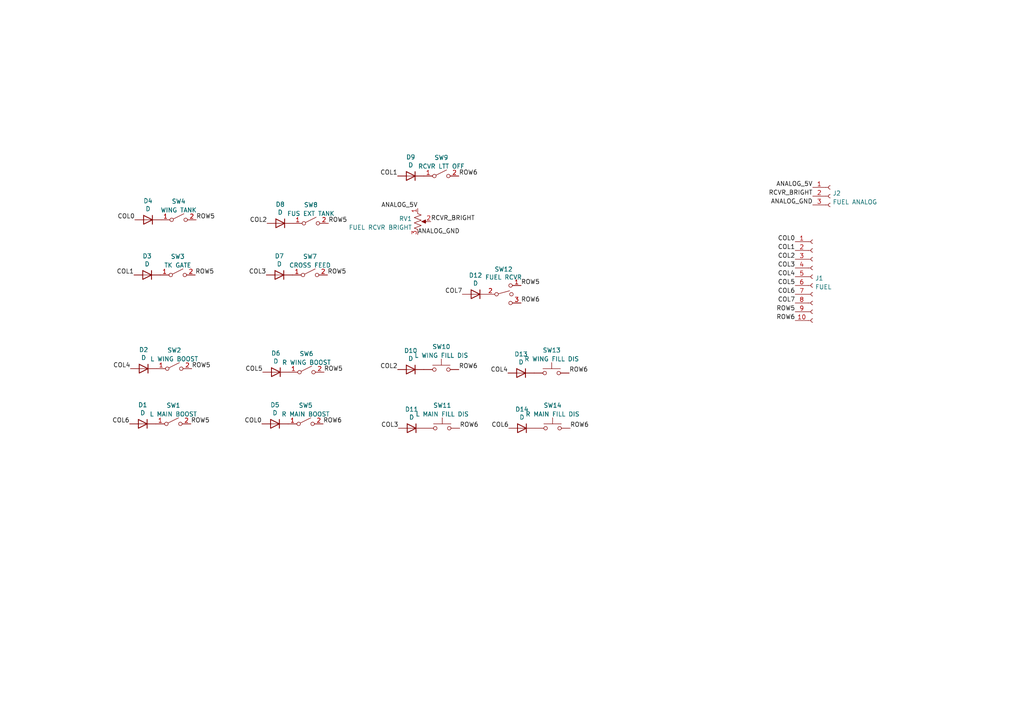
<source format=kicad_sch>
(kicad_sch (version 20211123) (generator eeschema)
  (paper "A4")
  (lib_symbols
    (symbol "Connector:Conn_01x03_Female" (pin_names (offset 1.016) hide)
      (property "Reference" "J" (at 0 5.08 0))
      (property "Value" "Conn_01x03_Female" (at 0 -5.08 0))
      (symbol "Conn_01x03_Female_1_1"
        (arc (start 0 -2.032) (mid -0.508 -2.54) (end 0 -3.048) (stroke (width 0.1524)))
        (polyline (pts (xy -1.27 -2.54) (xy -0.508 -2.54)) (stroke (width 0.1524)))
        (polyline (pts (xy -1.27 0) (xy -0.508 0)) (stroke (width 0.1524)))
        (polyline (pts (xy -1.27 2.54) (xy -0.508 2.54)) (stroke (width 0.1524)))
        (arc (start 0 0.508) (mid -0.508 0) (end 0 -0.508) (stroke (width 0.1524)))
        (arc (start 0 3.048) (mid -0.508 2.54) (end 0 2.032) (stroke (width 0.1524)))
        (pin passive line (at -5.08 2.54 0) (length 3.81) (name "Pin_1") (number "1"))
        (pin passive line (at -5.08 0 0) (length 3.81) (name "Pin_2") (number "2"))
        (pin passive line (at -5.08 -2.54 0) (length 3.81) (name "Pin_3") (number "3"))
      )
    )
    (symbol "Connector:Conn_01x10_Female" (pin_names (offset 1.016) hide)
      (property "Reference" "J" (at 0 12.7 0))
      (property "Value" "Conn_01x10_Female" (at 0 -15.24 0))
      (symbol "Conn_01x10_Female_1_1"
        (arc (start 0 -12.192) (mid -0.508 -12.7) (end 0 -13.208) (stroke (width 0.1524)))
        (arc (start 0 -9.652) (mid -0.508 -10.16) (end 0 -10.668) (stroke (width 0.1524)))
        (arc (start 0 -7.112) (mid -0.508 -7.62) (end 0 -8.128) (stroke (width 0.1524)))
        (arc (start 0 -4.572) (mid -0.508 -5.08) (end 0 -5.588) (stroke (width 0.1524)))
        (arc (start 0 -2.032) (mid -0.508 -2.54) (end 0 -3.048) (stroke (width 0.1524)))
        (polyline (pts (xy -1.27 -12.7) (xy -0.508 -12.7)) (stroke (width 0.1524)))
        (polyline (pts (xy -1.27 -10.16) (xy -0.508 -10.16)) (stroke (width 0.1524)))
        (polyline (pts (xy -1.27 -7.62) (xy -0.508 -7.62)) (stroke (width 0.1524)))
        (polyline (pts (xy -1.27 -5.08) (xy -0.508 -5.08)) (stroke (width 0.1524)))
        (polyline (pts (xy -1.27 -2.54) (xy -0.508 -2.54)) (stroke (width 0.1524)))
        (polyline (pts (xy -1.27 0) (xy -0.508 0)) (stroke (width 0.1524)))
        (polyline (pts (xy -1.27 2.54) (xy -0.508 2.54)) (stroke (width 0.1524)))
        (polyline (pts (xy -1.27 5.08) (xy -0.508 5.08)) (stroke (width 0.1524)))
        (polyline (pts (xy -1.27 7.62) (xy -0.508 7.62)) (stroke (width 0.1524)))
        (polyline (pts (xy -1.27 10.16) (xy -0.508 10.16)) (stroke (width 0.1524)))
        (arc (start 0 0.508) (mid -0.508 0) (end 0 -0.508) (stroke (width 0.1524)))
        (arc (start 0 3.048) (mid -0.508 2.54) (end 0 2.032) (stroke (width 0.1524)))
        (arc (start 0 5.588) (mid -0.508 5.08) (end 0 4.572) (stroke (width 0.1524)))
        (arc (start 0 8.128) (mid -0.508 7.62) (end 0 7.112) (stroke (width 0.1524)))
        (arc (start 0 10.668) (mid -0.508 10.16) (end 0 9.652) (stroke (width 0.1524)))
        (pin passive line (at -5.08 10.16 0) (length 3.81) (name "Pin_1") (number "1"))
        (pin passive line (at -5.08 -12.7 0) (length 3.81) (name "Pin_10") (number "10"))
        (pin passive line (at -5.08 7.62 0) (length 3.81) (name "Pin_2") (number "2"))
        (pin passive line (at -5.08 5.08 0) (length 3.81) (name "Pin_3") (number "3"))
        (pin passive line (at -5.08 2.54 0) (length 3.81) (name "Pin_4") (number "4"))
        (pin passive line (at -5.08 0 0) (length 3.81) (name "Pin_5") (number "5"))
        (pin passive line (at -5.08 -2.54 0) (length 3.81) (name "Pin_6") (number "6"))
        (pin passive line (at -5.08 -5.08 0) (length 3.81) (name "Pin_7") (number "7"))
        (pin passive line (at -5.08 -7.62 0) (length 3.81) (name "Pin_8") (number "8"))
        (pin passive line (at -5.08 -10.16 0) (length 3.81) (name "Pin_9") (number "9"))
      )
    )
    (symbol "Device:D" (pin_numbers hide) (pin_names (offset 1.016) hide)
      (property "Reference" "D" (at 0 2.54 0))
      (property "Value" "D" (at 0 -2.54 0))
      (symbol "D_0_1"
        (polyline (pts (xy -1.27 1.27) (xy -1.27 -1.27)) (stroke (width 0.254)))
        (polyline (pts (xy 1.27 0) (xy -1.27 0)))
        (polyline (pts (xy 1.27 1.27) (xy 1.27 -1.27) (xy -1.27 0) (xy 1.27 1.27)) (stroke (width 0.254)))
      )
      (symbol "D_1_1"
        (pin passive line (at -3.81 0 0) (length 2.54) (name "K") (number "1"))
        (pin passive line (at 3.81 0 180) (length 2.54) (name "A") (number "2"))
      )
    )
    (symbol "Device:R_Potentiometer_US" (pin_names (offset 1.016) hide)
      (property "Reference" "RV" (at -4.445 0 90))
      (property "Value" "R_Potentiometer_US" (at -2.54 0 90))
      (symbol "R_Potentiometer_US_0_1"
        (polyline (pts (xy 0 -2.286) (xy 0 -2.54)))
        (polyline (pts (xy 0 2.54) (xy 0 2.286)))
        (polyline (pts (xy 2.54 0) (xy 1.524 0)))
        (polyline (pts (xy 1.143 0) (xy 2.286 0.508) (xy 2.286 -0.508) (xy 1.143 0)) (fill (type outline)))
        (polyline (pts (xy 0 -0.762) (xy 1.016 -1.143) (xy 0 -1.524) (xy -1.016 -1.905) (xy 0 -2.286)))
        (polyline (pts (xy 0 0.762) (xy 1.016 0.381) (xy 0 0) (xy -1.016 -0.381) (xy 0 -0.762)))
        (polyline (pts (xy 0 2.286) (xy 1.016 1.905) (xy 0 1.524) (xy -1.016 1.143) (xy 0 0.762)))
      )
      (symbol "R_Potentiometer_US_1_1"
        (pin passive line (at 0 3.81 270) (length 1.27) (name "1") (number "1"))
        (pin passive line (at 3.81 0 180) (length 1.27) (name "2") (number "2"))
        (pin passive line (at 0 -3.81 90) (length 1.27) (name "3") (number "3"))
      )
    )
    (symbol "Switch:SW_Push" (pin_numbers hide) (pin_names (offset 1.016) hide)
      (property "Reference" "SW" (at 1.27 2.54 0))
      (property "Value" "SW_Push" (at 0 -1.524 0))
      (symbol "SW_Push_0_1"
        (circle (center -2.032 0) (radius 0.508))
        (polyline (pts (xy 0 1.27) (xy 0 3.048)))
        (polyline (pts (xy 2.54 1.27) (xy -2.54 1.27)))
        (circle (center 2.032 0) (radius 0.508))
        (pin passive line (at -5.08 0 0) (length 2.54) (name "1") (number "1"))
        (pin passive line (at 5.08 0 180) (length 2.54) (name "2") (number "2"))
      )
    )
    (symbol "Switch:SW_SPDT_MSM" (pin_names (offset 0) hide)
      (property "Reference" "SW" (at 0 5.08 0))
      (property "Value" "SW_SPDT_MSM" (at 0 -5.08 0))
      (symbol "SW_SPDT_MSM_0_0"
        (circle (center -2.032 0) (radius 0.508))
        (polyline (pts (xy -1.524 0.127) (xy 1.778 1.016)))
        (circle (center 2.032 -2.54) (radius 0.508))
      )
      (symbol "SW_SPDT_MSM_0_1"
        (circle (center 2.032 2.54) (radius 0.508))
        (circle (center 2.286 0) (radius 0.508))
      )
      (symbol "SW_SPDT_MSM_1_1"
        (pin passive line (at 5.08 2.54 180) (length 2.54) (name "1") (number "1"))
        (pin passive line (at -5.08 0 0) (length 2.54) (name "2") (number "2"))
        (pin passive line (at 5.08 -2.54 180) (length 2.54) (name "3") (number "3"))
      )
    )
    (symbol "Switch:SW_SPST" (pin_names (offset 0) hide)
      (property "Reference" "SW" (at 0 3.175 0))
      (property "Value" "SW_SPST" (at 0 -2.54 0))
      (symbol "SW_SPST_0_0"
        (circle (center -2.032 0) (radius 0.508))
        (polyline (pts (xy -1.524 0.254) (xy 1.524 1.778)))
        (circle (center 2.032 0) (radius 0.508))
      )
      (symbol "SW_SPST_1_1"
        (pin passive line (at -5.08 0 0) (length 2.54) (name "A") (number "1"))
        (pin passive line (at 5.08 0 180) (length 2.54) (name "B") (number "2"))
      )
    )
  )
  (wire (pts (xy 141.732 85.344) (xy 140.97 85.344)))
  (label "COL6" (at 230.632 85.344 180))
  (label "COL0" (at 39.116 63.754 180))
  (label "COL2" (at 115.316 107.188 180))
  (label "ANALOG_5V" (at 121.158 60.452 180))
  (label "COL3" (at 115.57 124.206 180))
  (label "RCVR_BRIGHT" (at 124.968 64.262 0))
  (label "COL7" (at 134.112 85.344 180))
  (label "ROW5" (at 151.13 82.804 0))
  (label "ANALOG_GND" (at 121.158 68.072 0))
  (label "ROW5" (at 93.98 107.95 0))
  (label "ROW5" (at 94.996 79.756 0))
  (label "COL1" (at 38.862 79.756 180))
  (label "ROW6" (at 93.726 122.936 0))
  (label "ROW5" (at 55.372 122.936 0))
  (label "RCVR_BRIGHT" (at 235.712 56.896 180))
  (label "COL1" (at 230.632 72.644 180))
  (label "ANALOG_5V" (at 235.712 54.356 180))
  (label "ROW5" (at 56.896 63.754 0))
  (label "ROW5" (at 95.25 64.77 0))
  (label "ROW5" (at 56.642 79.756 0))
  (label "COL2" (at 77.47 64.77 180))
  (label "COL1" (at 115.316 51.054 180))
  (label "ROW6" (at 165.1 108.204 0))
  (label "COL7" (at 230.632 87.884 180))
  (label "COL2" (at 230.632 75.184 180))
  (label "COL5" (at 230.632 82.804 180))
  (label "COL0" (at 230.632 70.104 180))
  (label "COL0" (at 75.946 122.936 180))
  (label "COL3" (at 230.632 77.724 180))
  (label "ROW6" (at 165.354 124.206 0))
  (label "COL5" (at 76.2 107.95 180))
  (label "COL3" (at 77.216 79.756 180))
  (label "COL6" (at 37.592 122.936 180))
  (label "COL6" (at 147.574 124.206 180))
  (label "ROW6" (at 133.35 124.206 0))
  (label "ANALOG_GND" (at 235.712 59.436 180))
  (label "ROW6" (at 133.096 107.188 0))
  (label "ROW6" (at 133.096 51.054 0))
  (label "ROW5" (at 55.626 106.934 0))
  (label "ROW6" (at 230.632 92.964 180))
  (label "ROW6" (at 151.13 87.884 0))
  (label "COL4" (at 230.632 80.264 180))
  (label "COL4" (at 147.32 108.204 180))
  (label "ROW5" (at 230.632 90.424 180))
  (label "COL4" (at 37.846 106.934 180))
  (symbol (lib_id "Switch:SW_SPST") (at 88.646 122.936 0) (unit 1)
    (property "Reference" "SW5" (at 88.646 117.5852 0))
    (property "Value" "R MAIN BOOST" (at 88.646 120.1221 0))
  )
  (symbol (lib_id "Switch:SW_SPST") (at 128.016 51.054 0) (unit 1)
    (property "Reference" "SW9" (at 128.016 45.7032 0))
    (property "Value" "RCVR LTT OFF" (at 128.016 48.2401 0))
  )
  (symbol (lib_id "Device:D") (at 41.402 122.936 0) (mirror y) (unit 1)
    (property "Reference" "D1" (at 41.402 117.4496 0))
    (property "Value" "D" (at 41.402 119.761 0))
    (property "Footprint" "PT_Library_v001:D_Signal_P7.62mm_Horizontal" (effects hide))
  )
  (symbol (lib_id "Switch:SW_Push") (at 128.27 124.206 0) (unit 1)
    (property "Reference" "SW11" (at 128.27 117.5852 0))
    (property "Value" "L MAIN FILL DIS" (at 128.27 120.1221 0))
  )
  (symbol (lib_id "Switch:SW_Push") (at 160.02 108.204 0) (unit 1)
    (property "Reference" "SW13" (at 160.02 101.5832 0))
    (property "Value" "R WING FILL DIS" (at 160.02 104.1201 0))
  )
  (symbol (lib_id "Switch:SW_Push") (at 160.274 124.206 0) (unit 1)
    (property "Reference" "SW14" (at 160.274 117.5852 0))
    (property "Value" "R MAIN FILL DIS" (at 160.274 120.1221 0))
  )
  (symbol (lib_id "Switch:SW_SPST") (at 50.292 122.936 0) (unit 1)
    (property "Reference" "SW1" (at 50.292 117.5852 0))
    (property "Value" "L MAIN BOOST" (at 50.292 120.1221 0))
  )
  (symbol (lib_id "Device:D") (at 119.126 107.188 0) (mirror y) (unit 1)
    (property "Reference" "D10" (at 119.126 101.7016 0))
    (property "Value" "D" (at 119.126 104.013 0))
    (property "Footprint" "PT_Library_v001:D_Signal_P7.62mm_Horizontal" (effects hide))
  )
  (symbol (lib_id "Device:R_Potentiometer_US") (at 121.158 64.262 0) (unit 1)
    (property "Reference" "RV1" (at 119.5071 63.4273 0) (effects (justify right)))
    (property "Value" "FUEL RCVR BRIGHT" (at 119.5071 65.9642 0) (effects (justify right)))
  )
  (symbol (lib_id "Device:D") (at 41.656 106.934 0) (mirror y) (unit 1)
    (property "Reference" "D2" (at 41.656 101.4476 0))
    (property "Value" "D" (at 41.656 103.759 0))
    (property "Footprint" "PT_Library_v001:D_Signal_P7.62mm_Horizontal" (effects hide))
  )
  (symbol (lib_id "Switch:SW_SPST") (at 89.916 79.756 0) (unit 1)
    (property "Reference" "SW7" (at 89.916 74.4052 0))
    (property "Value" "CROSS FEED" (at 89.916 76.9421 0))
  )
  (symbol (lib_id "Switch:SW_SPST") (at 88.9 107.95 0) (unit 1)
    (property "Reference" "SW6" (at 88.9 102.5992 0))
    (property "Value" "R WING BOOST" (at 88.9 105.1361 0))
  )
  (symbol (lib_id "Switch:SW_SPST") (at 51.562 79.756 0) (unit 1)
    (property "Reference" "SW3" (at 51.562 74.4052 0))
    (property "Value" "TK GATE" (at 51.562 76.9421 0))
  )
  (symbol (lib_id "Connector:Conn_01x10_Female") (at 235.712 80.264 0) (unit 1)
    (property "Reference" "J1" (at 236.4232 80.6993 0) (effects (justify left)))
    (property "Value" "FUEL" (at 236.4232 83.2362 0) (effects (justify left)))
  )
  (symbol (lib_id "Device:D") (at 81.026 79.756 0) (mirror y) (unit 1)
    (property "Reference" "D7" (at 81.026 74.2696 0))
    (property "Value" "D" (at 81.026 76.581 0))
    (property "Footprint" "PT_Library_v001:D_Signal_P7.62mm_Horizontal" (effects hide))
  )
  (symbol (lib_id "Switch:SW_SPST") (at 50.546 106.934 0) (unit 1)
    (property "Reference" "SW2" (at 50.546 101.5832 0))
    (property "Value" "L WING BOOST" (at 50.546 104.1201 0))
  )
  (symbol (lib_id "Device:D") (at 42.672 79.756 0) (mirror y) (unit 1)
    (property "Reference" "D3" (at 42.672 74.2696 0))
    (property "Value" "D" (at 42.672 76.581 0))
    (property "Footprint" "PT_Library_v001:D_Signal_P7.62mm_Horizontal" (effects hide))
  )
  (symbol (lib_id "Device:D") (at 119.126 51.054 0) (mirror y) (unit 1)
    (property "Reference" "D9" (at 119.126 45.5676 0))
    (property "Value" "D" (at 119.126 47.879 0))
    (property "Footprint" "PT_Library_v001:D_Signal_P7.62mm_Horizontal" (effects hide))
  )
  (symbol (lib_id "Device:D") (at 151.13 108.204 0) (mirror y) (unit 1)
    (property "Reference" "D13" (at 151.13 102.7176 0))
    (property "Value" "D" (at 151.13 105.029 0))
    (property "Footprint" "PT_Library_v001:D_Signal_P7.62mm_Horizontal" (effects hide))
  )
  (symbol (lib_id "Switch:SW_SPST") (at 51.816 63.754 0) (unit 1)
    (property "Reference" "SW4" (at 51.816 58.4032 0))
    (property "Value" "WING TANK" (at 51.816 60.9401 0))
  )
  (symbol (lib_id "Device:D") (at 119.38 124.206 0) (mirror y) (unit 1)
    (property "Reference" "D11" (at 119.38 118.7196 0))
    (property "Value" "D" (at 119.38 121.031 0))
    (property "Footprint" "PT_Library_v001:D_Signal_P7.62mm_Horizontal" (effects hide))
  )
  (symbol (lib_id "Device:D") (at 80.01 107.95 0) (mirror y) (unit 1)
    (property "Reference" "D6" (at 80.01 102.4636 0))
    (property "Value" "D" (at 80.01 104.775 0))
    (property "Footprint" "PT_Library_v001:D_Signal_P7.62mm_Horizontal" (effects hide))
  )
  (symbol (lib_id "Connector:Conn_01x03_Female") (at 240.792 56.896 0) (unit 1)
    (property "Reference" "J2" (at 241.5032 56.0613 0) (effects (justify left)))
    (property "Value" "FUEL ANALOG" (at 241.5032 58.5982 0) (effects (justify left)))
  )
  (symbol (lib_id "Device:D") (at 151.384 124.206 0) (mirror y) (unit 1)
    (property "Reference" "D14" (at 151.384 118.7196 0))
    (property "Value" "D" (at 151.384 121.031 0))
    (property "Footprint" "PT_Library_v001:D_Signal_P7.62mm_Horizontal" (effects hide))
  )
  (symbol (lib_id "Device:D") (at 81.28 64.77 0) (mirror y) (unit 1)
    (property "Reference" "D8" (at 81.28 59.2836 0))
    (property "Value" "D" (at 81.28 61.595 0))
    (property "Footprint" "PT_Library_v001:D_Signal_P7.62mm_Horizontal" (effects hide))
  )
  (symbol (lib_id "Device:D") (at 42.926 63.754 0) (mirror y) (unit 1)
    (property "Reference" "D4" (at 42.926 58.2676 0))
    (property "Value" "D" (at 42.926 60.579 0))
    (property "Footprint" "PT_Library_v001:D_Signal_P7.62mm_Horizontal" (effects hide))
  )
  (symbol (lib_id "Device:D") (at 137.922 85.344 0) (mirror y) (unit 1)
    (property "Reference" "D12" (at 137.922 79.8576 0))
    (property "Value" "D" (at 137.922 82.169 0))
    (property "Footprint" "PT_Library_v001:D_Signal_P7.62mm_Horizontal" (effects hide))
  )
  (symbol (lib_id "Switch:SW_SPDT_MSM") (at 146.05 85.344 0) (unit 1)
    (property "Reference" "SW12" (at 146.05 78.105 0))
    (property "Value" "FUEL RCVR" (at 146.05 80.4164 0))
    (property "Footprint" "PT_Library_v001:Molex_1x03_P2.54mm_Vertical" (effects hide))
  )
  (symbol (lib_id "Device:D") (at 79.756 122.936 0) (mirror y) (unit 1)
    (property "Reference" "D5" (at 79.756 117.4496 0))
    (property "Value" "D" (at 79.756 119.761 0))
    (property "Footprint" "PT_Library_v001:D_Signal_P7.62mm_Horizontal" (effects hide))
  )
  (symbol (lib_id "Switch:SW_Push") (at 128.016 107.188 0) (unit 1)
    (property "Reference" "SW10" (at 128.016 100.5672 0))
    (property "Value" "L WING FILL DIS" (at 128.016 103.1041 0))
  )
  (symbol (lib_id "Switch:SW_SPST") (at 90.17 64.77 0) (unit 1)
    (property "Reference" "SW8" (at 90.17 59.4192 0))
    (property "Value" "FUS EXT TANK" (at 90.17 61.9561 0))
  )
)
</source>
